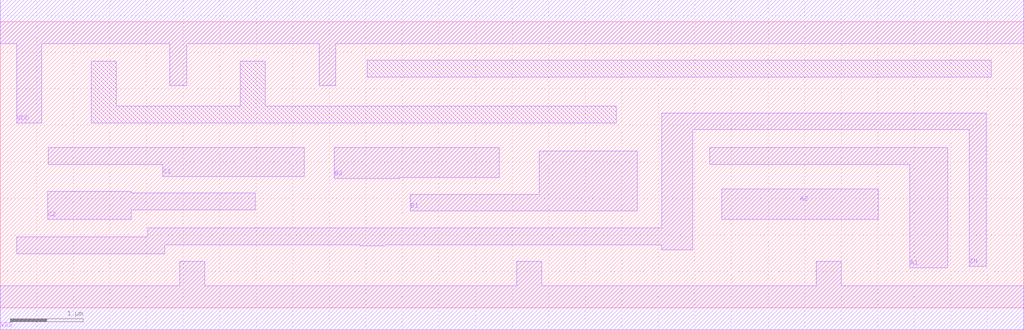
<source format=lef>
# Copyright 2022 GlobalFoundries PDK Authors
#
# Licensed under the Apache License, Version 2.0 (the "License");
# you may not use this file except in compliance with the License.
# You may obtain a copy of the License at
#
#      http://www.apache.org/licenses/LICENSE-2.0
#
# Unless required by applicable law or agreed to in writing, software
# distributed under the License is distributed on an "AS IS" BASIS,
# WITHOUT WARRANTIES OR CONDITIONS OF ANY KIND, either express or implied.
# See the License for the specific language governing permissions and
# limitations under the License.

MACRO gf180mcu_fd_sc_mcu7t5v0__aoi222_2
  CLASS core ;
  FOREIGN gf180mcu_fd_sc_mcu7t5v0__aoi222_2 0.0 0.0 ;
  ORIGIN 0 0 ;
  SYMMETRY X Y ;
  SITE GF018hv5v_mcu_sc7 ;
  SIZE 14 BY 3.92 ;
  PIN A1
    DIRECTION INPUT ;
    ANTENNAGATEAREA 2.18 ;
    PORT
      LAYER METAL1 ;
        POLYGON 9.7 1.96 12.44 1.96 12.44 0.55 12.96 0.55 12.96 2.195 9.7 2.195  ;
    END
  END A1
  PIN A2
    DIRECTION INPUT ;
    ANTENNAGATEAREA 2.18 ;
    PORT
      LAYER METAL1 ;
        POLYGON 9.87 1.21 12.005 1.21 12.005 1.63 9.87 1.63  ;
    END
  END A2
  PIN B1
    DIRECTION INPUT ;
    ANTENNAGATEAREA 2.18 ;
    PORT
      LAYER METAL1 ;
        POLYGON 5.605 1.325 8.71 1.325 8.71 2.15 7.37 2.15 7.37 1.555 5.605 1.555  ;
    END
  END B1
  PIN B2
    DIRECTION INPUT ;
    ANTENNAGATEAREA 2.18 ;
    PORT
      LAYER METAL1 ;
        POLYGON 4.57 1.77 5.46 1.77 5.46 1.785 6.825 1.785 6.825 2.195 4.57 2.195  ;
    END
  END B2
  PIN C1
    DIRECTION INPUT ;
    ANTENNAGATEAREA 2.18 ;
    PORT
      LAYER METAL1 ;
        POLYGON 0.655 1.965 2.225 1.965 2.225 1.8 4.155 1.8 4.155 2.195 0.655 2.195  ;
    END
  END C1
  PIN C2
    DIRECTION INPUT ;
    ANTENNAGATEAREA 2.18 ;
    PORT
      LAYER METAL1 ;
        POLYGON 0.65 1.21 1.79 1.21 1.79 1.34 3.485 1.34 3.485 1.57 1.79 1.57 1.79 1.59 0.65 1.59  ;
    END
  END C2
  PIN ZN
    DIRECTION OUTPUT ;
    ANTENNADIFFAREA 3.1688 ;
    PORT
      LAYER METAL1 ;
        POLYGON 0.225 0.74 2.25 0.74 2.25 0.865 4.925 0.865 4.925 0.845 5.265 0.845 5.265 0.865 9.05 0.865 9.05 0.79 9.47 0.79 9.47 2.44 13.255 2.44 13.255 0.57 13.485 0.57 13.485 2.67 9.05 2.67 9.05 1.095 2.02 1.095 2.02 0.97 0.225 0.97  ;
    END
  END ZN
  PIN VDD
    DIRECTION INOUT ;
    USE power ;
    SHAPE ABUTMENT ;
    PORT
      LAYER METAL1 ;
        POLYGON 0 3.62 0.225 3.62 0.225 2.53 0.565 2.53 0.565 3.62 2.32 3.62 2.32 3.04 2.55 3.04 2.55 3.62 4.36 3.62 4.36 3.04 4.59 3.04 4.59 3.62 13.55 3.62 14 3.62 14 4.22 13.55 4.22 0 4.22  ;
    END
  END VDD
  PIN VSS
    DIRECTION INOUT ;
    USE ground ;
    SHAPE ABUTMENT ;
    PORT
      LAYER METAL1 ;
        POLYGON 0 -0.3 14 -0.3 14 0.3 11.5 0.3 11.5 0.635 11.16 0.635 11.16 0.3 7.405 0.3 7.405 0.635 7.065 0.635 7.065 0.3 2.795 0.3 2.795 0.635 2.455 0.635 2.455 0.3 0 0.3  ;
    END
  END VSS
  OBS
      LAYER METAL1 ;
        POLYGON 1.245 2.53 8.425 2.53 8.425 2.76 3.625 2.76 3.625 3.38 3.285 3.38 3.285 2.76 1.585 2.76 1.585 3.38 1.245 3.38  ;
        POLYGON 5.02 3.16 13.55 3.16 13.55 3.39 5.02 3.39  ;
  END
END gf180mcu_fd_sc_mcu7t5v0__aoi222_2

</source>
